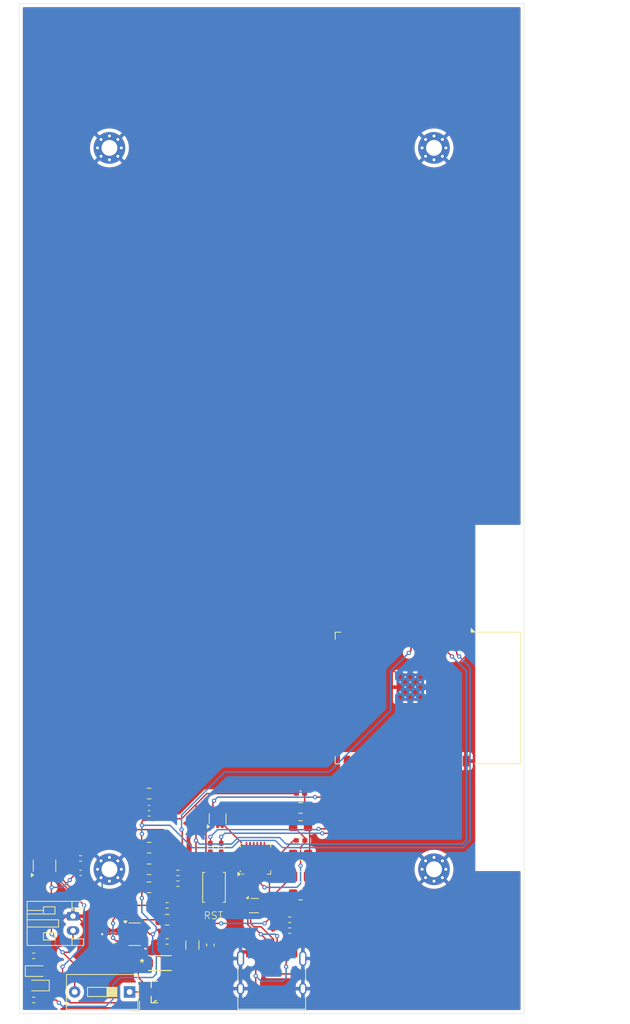
<source format=kicad_pcb>
(kicad_pcb (version 20240108) (generator "pcbnew") (generator_version "8.0")
  (layers (0 "F.Cu" signal) (31 "B.Cu" signal) (34 "B.Paste" user) (35 "F.Paste" user) (36 "B.SilkS" user "B.Silkscreen") (37 "F.SilkS" user "F.Silkscreen") (38 "B.Mask" user) (39 "F.Mask" user) (44 "Edge.Cuts" user))
  (net 0 "")
  (net 1 "+5V")
  (net 2 "GND")
  (net 3 "+3V3")
  (net 4 "Net-(Q1-S)")
  (net 5 "+3.3VA")
  (net 6 "+V_BAT")
  (net 7 "Net-(F1-Pad1)")
  (net 8 "+V_USB")
  (net 9 "Net-(J1-D+-PadA6)")
  (net 10 "Net-(J1-CC2)")
  (net 11 "Net-(J1-D--PadA7)")
  (net 13 "Net-(J1-CC1)")
  (net 15 "/IO0")
  (net 16 "/DTR")
  (net 17 "/RTS")
  (net 18 "Net-(D1-K)")
  (net 19 "Net-(D2-A)")
  (net 20 "/RX")
  (net 21 "/EN{slash}RESET")
  (net 22 "/TX")
  (net 23 "Net-(U1-PROG)")
  (net 24 "Net-(U2-EN)")
  (net 25 "Net-(U1-STAT)")
  (net 26 "Net-(U4-~{RST})")
  (net 27 "Net-(U4-TXD)")
  (net 28 "Net-(U4-RXD)")
  (net 30 "Net-(U4-D-)")
  (net 31 "Net-(U4-D+)")
  (net 40 "Net-(U4-VPP)")
  (net 44 "Net-(Q1-D)")
  (net 45 "/GPIO35_A13")
  (net 47 "/GPIO12_A11")
  (net 49 "/GPIO23")
  (net 50 "/GPIO39_A3")
  (net 51 "/GPIO4_A5")
  (net 53 "/GPIO21_I2C_SDA")
  (net 54 "/GPIO25_A1")
  (net 56 "/GPIO26_A0")
  (net 58 "/GPIO19_MISO")
  (net 59 "/GPIO17")
  (net 60 "/GPIO14_A6")
  (net 63 "/GPIO15_A8")
  (net 64 "/GPIO13_A12")
  (net 65 "/GPIO18_MOSI")
  (net 66 "/GPIO16")
  (net 67 "/GPIO36_A4")
  (net 68 "/GPIO22_I2C_SCL")
  (net 69 "/GPIO32_A7")
  (net 72 "/GPIO27_A10")
  (net 73 "/GPIO33_A9")
  (net 74 "/GPIO34_A2")
  (footprint "Resistor_SMD:R_0402_1005Metric_Pad0.72x0.64mm_HandSolder" (layer "F.Cu") (at 103 156.5)
    (property "Reference" "R5" (hide yes))
    (property "Value" "5k1")
  )
  (footprint "Capacitor_SMD:C_0805_2012Metric_Pad1.18x1.45mm_HandSolder" (layer "F.Cu") (at 86 156.5)
    (property "Reference" "C1" (hide yes))
    (property "Value" "100n")
  )
  (footprint "MountingHole:MountingHole_2.2mm_M2_Pad_Via" (layer "F.Cu") (at 123 49.5)
    (property "Reference" "H2" (hide yes))
    (property "Value" "Hole_Pad")
  )
  (footprint "Connector_USB:USB_C_Receptacle_HRO_TYPE-C-31-M-12" (layer "F.Cu") (at 100.5 165)
    (property "Reference" "J1" (hide yes))
    (property "Value" "USB_C_Receptacle_USB2.0_16P")
  )
  (footprint "Resistor_SMD:R_0402_1005Metric_Pad0.72x0.64mm_HandSolder" (layer "F.Cu") (at 87.5 151.5 180)
    (property "Reference" "R13" (hide yes))
    (property "Value" "10K")
  )
  (footprint "Resistor_SMD:R_0402_1005Metric_Pad0.72x0.64mm_HandSolder" (layer "F.Cu") (at 87.5 150)
    (property "Reference" "R12" (hide yes))
    (property "Value" "10K")
  )
  (footprint "Resistor_SMD:R_0402_1005Metric_Pad0.72x0.64mm_HandSolder" (layer "F.Cu") (at 86 154.5 180)
    (property "Reference" "R3" (hide yes))
    (property "Value" "100k")
  )
  (footprint "Resistor_SMD:R_0402_1005Metric_Pad0.72x0.64mm_HandSolder" (layer "F.Cu") (at 104.5 145.5 180)
    (property "Reference" "R8" (hide yes))
    (property "Value" "10k")
  )
  (footprint "Capacitor_SMD:C_0402_1005Metric_Pad0.74x0.62mm_HandSolder" (layer "F.Cu") (at 83.5 141)
    (property "Reference" "C12" (hide yes))
    (property "Value" "100n")
  )
  (footprint "RF_Module:ESP32-WROOM-32D" (layer "F.Cu") (at 119.18 125.75 -90)
    (property "Reference" "U5" (hide yes))
    (property "Value" "ESP32-WROOM-32E")
  )
  (footprint "Capacitor_SMD:C_0805_2012Metric_Pad1.18x1.45mm_HandSolder" (layer "F.Cu") (at 83.5 146.5)
    (property "Reference" "C8" (hide yes))
    (property "Value" "10u")
  )
  (footprint "Capacitor_SMD:C_0805_2012Metric_Pad1.18x1.45mm_HandSolder" (layer "F.Cu") (at 104.5 141)
    (property "Reference" "C13" (hide yes))
    (property "Value" "100n")
  )
  (footprint "MBR120:SDO_SOD-123FL498_OSI" (layer "F.Cu") (at 85 162.5)
    (property "Reference" "CR1" (hide yes))
    (property "Value" "MBR120" (hide yes))
  )
  (footprint "Resistor_SMD:R_0402_1005Metric_Pad0.72x0.64mm_HandSolder" (layer "F.Cu") (at 67.5 161.5 180)
    (property "Reference" "R6" (hide yes))
    (property "Value" "1K")
  )
  (footprint "Resistor_SMD:R_0402_1005Metric_Pad0.72x0.64mm_HandSolder" (layer "F.Cu") (at 103 158)
    (property "Reference" "R4" (hide yes))
    (property "Value" "5k1")
  )
  (footprint "Package_TO_SOT_SMD:SOT-363_SC-70-6" (layer "F.Cu") (at 93 142.5 90)
    (property "Reference" "Q2" (hide yes))
    (property "Value" "UMH3N")
  )
  (footprint "Button_Switch_SMD:SW_Push_SPST_NO_Alps_SKRK" (layer "F.Cu") (at 92.5 152 90)
    (property "Reference" "SW2" (hide yes))
    (property "Value" "Reset Button")
  )
  (footprint "MountingHole:MountingHole_2.2mm_M2_Pad_Via" (layer "F.Cu") (at 78 149.5)
    (property "Reference" "H1" (hide yes))
    (property "Value" "Hole_Pad")
  )
  (footprint "MountingHole:MountingHole_2.2mm_M2_Pad_Via" (layer "F.Cu") (at 123 149.5)
    (property "Reference" "H4" (hide yes))
    (property "Value" "Hole_Pad")
  )
  (footprint "Resistor_SMD:R_0402_1005Metric_Pad0.72x0.64mm_HandSolder" (layer "F.Cu") (at 86 159.5 180)
    (property "Reference" "R1" (hide yes))
    (property "Value" "10K")
  )
  (footprint "LED_SMD:LED_0603_1608Metric_Pad1.05x0.95mm_HandSolder" (layer "F.Cu") (at 68 163.61125)
    (property "Reference" "D1" (hide yes))
    (property "Value" "Charging_LED")
  )
  (footprint "Capacitor_SMD:C_0402_1005Metric_Pad0.74x0.62mm_HandSolder" (layer "F.Cu") (at 74 150)
    (property "Reference" "C4" (hide yes))
    (property "Value" "100n")
  )
  (footprint "Inductor_SMD:L_0603_1608Metric_Pad1.05x0.95mm_HandSolder" (layer "F.Cu") (at 92 160 90)
    (property "Reference" "FB1" (hide yes))
    (property "Value" "BLM21PG221")
  )
  (footprint "Resistor_SMD:R_0402_1005Metric_Pad0.72x0.64mm_HandSolder" (layer "F.Cu") (at 74 148)
    (property "Reference" "R2" (hide yes))
    (property "Value" "4.K")
  )
  (footprint "Package_TO_SOT_SMD:SOT-23-5" (layer "F.Cu") (at 69 149 90)
    (property "Reference" "U1" (hide yes))
    (property "Value" "MCP73831-2-OT")
  )
  (footprint "Capacitor_SMD:C_0805_2012Metric_Pad1.18x1.45mm_HandSolder" (layer "F.Cu") (at 104.5 150.5)
    (property "Reference" "C6" (hide yes))
    (property "Value" "100n")
  )
  (footprint "Resistor_SMD:R_0402_1005Metric_Pad0.72x0.64mm_HandSolder" (layer "F.Cu") (at 93.5 146.5 90)
    (property "Reference" "R11" (hide yes))
    (property "Value" "22R")
  )
  (footprint "Package_TO_SOT_SMD:SOT-666" (layer "F.Cu") (at 98.0375 154.5375)
    (property "Reference" "U3" (hide yes))
    (property "Value" "USBLC6-2P6")
  )
  (footprint "Capacitor_SMD:C_0805_2012Metric_Pad1.18x1.45mm_HandSolder" (layer "F.Cu") (at 83.5 152)
    (property "Reference" "C2" (hide yes))
    (property "Value" "10u")
  )
  (footprint "DGM3415U:SOT95P240X105-3N" (layer "F.Cu") (at 84.5 166.5 180)
    (property "Reference" "Q1" (hide yes))
    (property "Value" "DMG3415U")
  )
  (footprint "Package_DFN_QFN:QFN-24-1EP_4x4mm_P0.5mm_EP2.6x2.6mm" (layer "F.Cu") (at 98.25 148.0625 90)
    (property "Reference" "U4" (hide yes))
    (property "Value" "CP2104")
  )
  (footprint "Button_Switch_THT:SW_DIP_SPSTx01_Slide_9.78x4.72mm_W7.62mm_P2.54mm" (layer "F.Cu") (at 80.8 166.5 180)
    (property "Reference" "SW1" (hide yes))
    (property "Value" "Power_Switch")
  )
  (footprint "Connector_JST:JST_PH_S2B-PH-K_1x02_P2.00mm_Horizontal" (layer "F.Cu") (at 72.95 156 -90)
    (property "Reference" "JSTPH1" (hide yes))
    (property "Value" "Battery Plug")
  )
  (footprint "Capacitor_SMD:C_0805_2012Metric_Pad1.18x1.45mm_HandSolder" (layer "F.Cu") (at 104.5 143.5)
    (property "Reference" "C11" (hide yes))
    (property "Value" "22u")
  )
  (footprint "LED_SMD:LED_0603_1608Metric_Pad1.05x0.95mm_HandSolder" (layer "F.Cu") (at 68 165.61125 180)
    (property "Reference" "D2" (hide yes))
    (property "Value" "Power_LED")
  )
  (footprint "Capacitor_SMD:C_0805_2012Metric_Pad1.18x1.45mm_HandSolder" (layer "F.Cu") (at 104.5 147.5)
    (property "Reference" "C7" (hide yes))
    (property "Value" "4u7")
  )
  (footprint "Fuse:Fuse_1206_3216Metric_Pad1.42x1.75mm_HandSolder" (layer "F.Cu") (at 89.5 160 90)
    (property "Reference" "F1" (hide yes))
    (property "Value" "Polyfuse 1A")
  )
  (footprint "Resistor_SMD:R_0402_1005Metric_Pad0.72x0.64mm_HandSolder" (layer "F.Cu") (at 67.5 167.61125 180)
    (property "Reference" "R7" (hide yes))
    (property "Value" "1K")
  )
  (footprint "Capacitor_SMD:C_0805_2012Metric_Pad1.18x1.45mm_HandSolder" (layer "F.Cu") (at 83.5 139)
    (property "Reference" "C9" (hide yes))
    (property "Value" "22u")
  )
  (footprint "Resistor_SMD:R_0402_1005Metric_Pad0.72x0.64mm_HandSolder" (layer "F.Cu") (at 83.5 142.5)
    (property "Reference" "R9" (hide yes))
    (property "Value" "10K")
  )
  (footprint "Capacitor_SMD:C_0805_2012Metric_Pad1.18x1.45mm_HandSolder" (layer "F.Cu") (at 83.5 149.5)
    (property "Reference" "C5" (hide yes))
    (property "Value" "1u")
  )
  (footprint "Resistor_SMD:R_0402_1005Metric_Pad0.72x0.64mm_HandSolder" (layer "F.Cu") (at 92 146.5 90)
    (property "Reference" "R10" (hide yes))
    (property "Value" "22R")
  )
  (footprint "Package_TO_SOT_SMD:SOT-23-5" (layer "F.Cu") (at 81.5 158.5)
    (property "Reference" "U2" (hide yes))
    (property "Value" "AP2112K-3.3")
  )
  (footprint "Capacitor_SMD:C_0402_1005Metric_Pad0.74x0.62mm_HandSolder" (layer "F.Cu") (at 104.5 139)
    (property "Reference" "C10" (hide yes))
    (property "Value" "1u")
  )
  (footprint "MountingHole:MountingHole_2.2mm_M2_Pad_Via" (layer "F.Cu") (at 78 49.5)
    (property "Reference" "H3" (hide yes))
    (property "Value" "Hole_Pad")
  )
  (footprint "Capacitor_SMD:C_0805_2012Metric_Pad1.18x1.45mm_HandSolder" (layer "F.Cu") (at 104.5 153)
    (property "Reference" "C3" (hide yes))
    (property "Value" "22u")
  )
  (gr_rect (start 65.5 29.5) (end 135.5 169.5) (stroke (width 0.05)) (fill none) (layer "Edge.Cuts"))
  (gr_text "RST" (at 91 156.5 0) (layer "F.SilkS") (effects (font (size 1 1) (thickness 0.1)) (justify left bottom)))
  (segment (start 100.1875 156.3125) (end 100.1875 153.637499) (width 0.2) (layer "F.Cu") (net 1))
  (segment (start 98.9625 154.5375) (end 99.287499 154.5375) (width 0.2) (layer "F.Cu") (net 1))
  (segment (start 100.1875 153.637499) (end 100.824999 153) (width 0.2) (layer "F.Cu") (net 1))
  (segment (start 103.324999 150.5) (end 102.1625 151.6625) (width 0.2) (layer "F.Cu") (net 1))
  (segment (start 100.1875 148.8125) (end 100.1875 149.3125) (width 0.2) (layer "F.Cu") (net 1))
  (segment (start 100.824999 153) (end 103.4625 153) (width 0.2) (layer "F.Cu") (net 1))
  (segment (start 103.4625 150.3625) (end 103.4625 147.5) (width 0.2) (layer "F.Cu") (net 1))
  (segment (start 103.4625 150.5) (end 103.324999 150.5) (width 0.2) (layer "F.Cu") (net 1))
  (segment (start 102.1625 151.6625) (end 100.824999 153) (width 0.2) (layer "F.Cu") (net 1))
  (segment (start 99.5 157) (end 100.1875 156.3125) (width 0.2) (layer "F.Cu") (net 1))
  (segment (start 91.0125 157) (end 93.5 157) (width 0.2) (layer "F.Cu") (net 1))
  (segment (start 99.287499 154.5375) (end 100.1875 153.637499) (width 0.2) (layer "F.Cu") (net 1))
  (segment (start 89.5 158.5125) (end 91.0125 157) (width 0.2) (layer "F.Cu") (net 1))
  (segment (start 102.1625 151.6625) (end 103.4625 150.3625) (width 0.2) (layer "F.Cu") (net 1))
  (segment (start 100.1875 153.637499) (end 100.1875 149.3125) (width 0.2) (layer "F.Cu") (net 1))
  (via (at 99.5 157) (size 0.6) (drill 0.3) (layers "F.Cu" "B.Cu") (net 1))
  (via (at 93.5 157) (size 0.6) (drill 0.3) (layers "F.Cu" "B.Cu") (net 1))
  (segment (start 93.5 157) (end 99.5 157) (width 0.2) (layer "B.Cu") (net 1))
  (segment (start 118.5 150.5) (end 120.5 152.5) (width 0.2) (layer "F.Cu") (net 2))
  (segment (start 121.11 122.85) (end 124.498529 122.85) (width 0.2) (layer "F.Cu") (net 2))
  (segment (start 73.475 156) (end 75.975 158.5) (width 0.2) (layer "F.Cu") (net 2))
  (segment (start 86.4025 152) (end 86.9025 151.5) (width 0.2) (layer "F.Cu") (net 2))
  (segment (start 75.975 158.5) (end 77 158.5) (width 0.2) (layer "F.Cu") (net 2))
  (segment (start 127.43 145.07) (end 127.43 134.5) (width 0.2) (layer "F.Cu") (net 2))
  (segment (start 81 138) (end 81.5 137.5) (width 0.2) (layer "F.Cu") (net 2))
  (segment (start 69 149.475001) (end 69.300001 149.175) (width 0.2) (layer "F.Cu") (net 2))
  (segment (start 89.5025 154.1) (end 86.9025 151.5) (width 0.2) (layer "F.Cu") (net 2))
  (segment (start 97.1125 154.5375) (end 96.787501 154.5375) (width 0.2) (layer "F.Cu") (net 2))
  (segment (start 127.43 117) (end 126.91 116.48) (width 0.2) (layer "F.Cu") (net 2))
  (segment (start 69 150.1375) (end 69 149.475001) (width 0.2) (layer "F.Cu") (net 2))
  (segment (start 71.5 159.5) (end 71.5 156.5) (width 0.2) (layer "F.Cu") (net 2))
  (segment (start 97.25 159.25) (end 96 158) (width 0.2) (layer "F.Cu") (net 2))
  (segment (start 76.5975 149.97) (end 76.5675 150) (width 0.2) (layer "F.Cu") (net 2))
  (segment (start 68.05 162.95) (end 71.5 159.5) (width 0.2) (layer "F.Cu") (net 2))
  (segment (start 74.5975 149.97) (end 74.5675 150) (width 0.2) (layer "F.Cu") (net 2))
  (segment (start 68.05 164.78625) (end 68.05 162.95) (width 0.2) (layer "F.Cu") (net 2))
  (segment (start 96.787501 154.5375) (end 96.6375 154.387499) (width 0.2) (layer "F.Cu") (net 2))
  (segment (start 127.43 119.918529) (end 127.43 117) (width 0.2) (layer "F.Cu") (net 2))
  (segment (start 103.5975 158) (end 103.5975 160.8025) (width 0.2) (layer "F.Cu") (net 2))
  (segment (start 84.0675 139.47) (end 84.5375 139) (width 0.2) (layer "F.Cu") (net 2))
  (segment (start 105.5375 150.5) (end 118.5 150.5) (width 0.2) (layer "F.Cu") (net 2))
  (segment (start 84.5375 152) (end 85.125 152) (width 0.2) (layer "F.Cu") (net 2))
  (segment (start 101.745 156.854972) (end 102.010028 157.12) (width 0.2) (layer "F.Cu") (net 2))
  (segment (start 126.5 151.5) (end 126.5 146) (width 0.2) (layer "F.Cu") (net 2))
  (segment (start 84.0675 141) (end 84.0675 139.47) (width 0.2) (layer "F.Cu") (net 2))
  (segment (start 81 143.934314) (end 81 138) (width 0.2) (layer "F.Cu") (net 2))
  (segment (start 121.11 125.65) (end 126.65 125.65) (width 0.2) (layer "F.Cu") (net 2))
  (segment (start 77 158.5) (end 78.151471 158.5) (width 0.2) (layer "F.Cu") (net 2))
  (segment (start 81.5 137.5) (end 84.0375 137.5) (width 0.2) (layer "F.Cu") (net 2))
  (segment (start 80.6 145.4) (end 80.6 144.334314) (width 0.2) (layer "F.Cu") (net 2))
  (segment (start 102.9775 157.12) (end 103.5975 156.5) (width 0.2) (layer "F.Cu") (net 2))
  (segment (start 105.0675 139) (end 105.0675 140.53) (width 0.2) (layer "F.Cu") (net 2))
  (segment (start 97.25 160.955) (end 97.25 159.25) (width 0.2) (layer "F.Cu") (net 2))
  (segment (start 70.55 150.55) (end 72.95 152.95) (width 0.2) (layer "F.Cu") (net 2))
  (segment (start 124.5 49.5) (end 123 49.5) (width 0.2) (layer "F.Cu") (net 2))
  (segment (start 87.255 156.2825) (end 87.0375 156.5) (width 0.2) (layer "F.Cu") (net 2))
  (segment (start 105.336815 153) (end 102.456815 155.88) (width 0.2) (layer "F.Cu") (net 2))
  (segment (start 103.5975 160.8025) (end 103.75 160.955) (width 0.2) (layer "F.Cu") (net 2))
  (segment (start 96.6375 151.3625) (end 97.5 150.5) (width 0.2) (layer "F.Cu") (net 2))
  (segment (start 70.55 149.434448) (end 70.55 150.55) (width 0.2) (layer "F.Cu") (net 2))
  (segment (start 124.498529 122.85) (end 127.43 119.918529) (width 0.2) (layer "F.Cu") (net 2))
  (segment (start 109.67 120.04) (end 115.5 120.04) (width 0.2) (layer "F.Cu") (net 2))
  (segment (start 101.745 156.145028) (end 101.745 156.854972) (width 0.2) (layer "F.Cu") (net 2))
  (segment (start 74.5975 147.4025) (end 75.5 146.5) (width 0.2) (layer "F.Cu") (net 2))
  (segment (start 78.251471 158.4) (end 78.748529 158.4) (width 0.2) (layer "F.Cu") (net 2))
  (segment (start 85.125 152) (end 87.255 154.13) (width 0.2) (layer "F.Cu") (net 2))
  (segment (start 96 158) (end 96 155.325001) (width 0.2) (layer "F.Cu") (net 2))
  (segment (start 105.5375 153) (end 105.5375 150.5) (width 0.2) (layer "F.Cu") (net 2))
  (segment (start 77.5 150) (end 78 149.5) (width 0.2) (layer "F.Cu") (net 2))
  (segment (start 102.010028 155.88) (end 101.745 156.145028) (width 0.2) (layer "F.Cu") (net 2))
  (segment (start 84.4025 160.5) (end 85.4025 159.5) (width 0.2) (layer "F.Cu") (net 2))
  (segment (start 105.5375 153) (end 105.336815 153) (width 0.2) (layer "F.Cu") (net 2))
  (segment (start 97.25 160.955) (end 97.095 160.955) (width 0.2) (layer "F.Cu") (net 2))
  (segment (start 127.43 126.43) (end 127.43 134.5) (width 0.2) (layer "F.Cu") (net 2))
  (segment (start 84.0375 137.5) (end 84.5375 138) (width 0.2) (layer "F.Cu") (net 2))
  (segment (start 96 155.325001) (end 96.787501 154.5375) (width 0.2) (layer "F.Cu") (net 2))
  (segment (start 105.755 143.7175) (end 105.755 147.2825) (width 0.2) (layer "F.Cu") (net 2))
  (segment (start 125.5 152.5) (end 126.5 151.5) (width 0.2) (layer "F.Cu") (net 2))
  (segment (start 97.5 150.5) (end 97.5 150) (width 0.2) (layer "F.Cu") (net 2))
  (segment (start 126.65 125.65) (end 127.43 126.43) (width 0.2) (layer "F.Cu") (net 2))
  (segment (start 69.300001 149.175) (end 70.290552 149.175) (width 0.2) (layer "F.Cu") (net 2))
  (segment (start 75.5 146.5) (end 79.5 146.5) (width 0.2) (layer "F.Cu") (net 2))
  (segment (start 74.5975 148) (end 74.5975 147.4025) (width 0.2) (layer "F.Cu") (net 2))
  (segment (start 68.875 165.61125) (end 68.05 164.78625) (width 0.2) (layer "F.Cu") (net 2))
  (segment (start 105.5375 143.5) (end 105.755 143.7175) (width 0.2) (layer "F.Cu") (net 2))
  (segment (start 87.0375 157.865) (end 85.4025 159.5) (width 0.2) (layer "F.Cu") (net 2))
  (segment (start 74.5975 148) (end 74.5975 149.97) (width 0.2) (layer "F.Cu") (net 2))
  (segment (start 102.456815 155.88) (end 102.010028 155.88) (width 0.2) (layer "F.Cu") (net 2))
  (segment (start 102.010028 157.12) (end 102.9775 157.12) (width 0.2) (layer "F.Cu") (net 2))
  (segment (start 115.5 120.04) (end 118.31 122.85) (width 0.2) (layer "F.Cu") (net 2))
  (segment (start 70.290552 149.175) (end 70.55 149.434448) (width 0.2) (layer "F.Cu") (net 2))
  (segment (start 72.95 152.95) (end 72.95 156) (width 0.2) (layer "F.Cu") (net 2))
  (segment (start 71.5 156.5) (end 72 156) (width 0.2) (layer "F.Cu") (net 2))
  (segment (start 120.5 152.5) (end 125.5 152.5) (width 0.2) (layer "F.Cu") (net 2))
  (segment (start 80.6 144.334314) (end 81 143.934314) (width 0.2) (layer "F.Cu") (net 2))
  (segment (start 84.5375 146.5) (end 84.5375 149.5) (width 0.2) (layer "F.Cu") (net 2))
  (segment (start 87.255 154.13) (end 87.255 156.2825) (width 0.2) (layer "F.Cu") (net 2))
  (segment (start 78.151471 158.5) (end 78.251471 158.4) (width 0.2) (layer "F.Cu") (net 2))
  (segment (start 72 156) (end 72.95 156) (width 0.2) (layer "F.Cu") (net 2))
  (segment (start 103.5975 156.5) (end 103.5975 158) (width 0.2) (layer "F.Cu") (net 2))
  (segment (start 84.5375 149.5) (end 84.5375 152) (width 0.2) (layer "F.Cu") (net 2))
  (segment (start 83 160.5) (end 84.4025 160.5) (width 0.2) (layer "F.Cu") (net 2))
  (segment (start 85.0375 151.5) (end 84.5375 152) (width 0.2) (layer "F.Cu") (net 2))
  (segment (start 72.95 156) (end 73.475 156) (width 0.2) (layer "F.Cu") (net 2))
  (segment (start 84.5375 138) (end 84.5375 139) (width 0.2) (layer "F.Cu") (net 2))
  (segment (start 105.0675 140.53) (end 105.5375 141) (width 0.2) (layer "F.Cu") (net 2))
  (segment (start 96.6375 154.387499) (end 96.6375 151.3625) (width 0.2) (layer "F.Cu") (net 2))
  (segment (start 97.5 150) (end 97.5 148.8125) (width 0.2) (layer "F.Cu") (net 2))
  (segment (start 79.5 146.5) (end 80.6 145.4) (width 0.2) (layer "F.Cu") (net 2))
  (segment (start 97.5 148.8125) (end 98.25 148.0625) (width 0.2) (layer "F.Cu") (net 2))
  (segment (start 105.755 147.2825) (end 105.5375 147.5) (width 0.2) (layer "F.Cu") (net 2))
  (segment (start 84.5375 152) (end 86.4025 152) (width 0.2) (layer "F.Cu") (net 2))
  (segment (start 87.0375 156.5) (end 87.0375 157.865) (width 0.2) (layer "F.Cu") (net 2))
  (segment (start 78.748529 158.4) (end 78.848529 158.5) (width 0.2) (layer "F.Cu") (net 2))
  (segment (start 93.9 154.1) (end 96.6375 151.3625) (width 0.2) (layer "F.Cu") (net 2))
  (segment (start 78.848529 158.5) (end 80.3625 158.5) (width 0.2) (layer "F.Cu") (net 2))
  (segment (start 105.5375 141) (end 105.5375 143.5) (width 0.2) (layer "F.Cu") (net 2))
  (segment (start 105.5375 147.5) (end 105.5375 150.5) (width 0.2) (layer "F.Cu") (net 2))
  (segment (start 92.5 154.1) (end 93.9 154.1) (width 0.2) (layer "F.Cu") (net 2))
  (segment (start 126.5 146) (end 127.43 145.07) (width 0.2) (layer "F.Cu") (net 2))
  (segment (start 103.75 160.955) (end 103.905 160.955) (width 0.2) (layer "F.Cu") (net 2))
  (segment (start 92.5 154.1) (end 89.5025 154.1) (width 0.2) (layer "F.Cu") (net 2))
  (via (at 83 160.5) (size 0.6) (drill 0.3) (layers "F.Cu" "B.Cu") (net 2))
  (via (at 77 158.5) (size 0.6) (drill 0.3) (layers "F.Cu" "B.Cu") (net 2))
  (segment (start 79 160.5) (end 77 158.5) (width 0.2) (layer "B.Cu") (net 2))
  (segment (start 77 150.5) (end 78 149.5) (width 0.2) (layer "B.Cu") (net 2))
  (segment (start 83 160.5) (end 79 160.5) (width 0.2) (layer "B.Cu") (net 2))
  (segment (start 77 158.5) (end 77 150.5) (width 0.2) (layer "B.Cu") (net 2))
  (segment (start 71 168) (end 70.61125 167.61125) (width 0.2) (layer "F.Cu") (net 3))
  (segment (start 82.4625 139) (end 82.4625 140.53) (width 0.2) (layer "F.Cu") (net 3))
  (segment (start 70.61125 167.61125) (end 68.0975 167.61125) (width 0.2) (layer "F.Cu") (net 3))
  (segment (start 82.9025 142.5) (end 82.9025 141.03) (width 0.2) (layer "F.Cu") (net 3))
  (segment (start 82.5 142.9025) (end 82.9025 142.5) (width 0.2) (layer "F.Cu") (net 3))
  (segment (start 82.5 152.0375) (end 82.4625 152) (width 0.2) (layer "F.Cu") (net 3))
  (segment (start 82.9025 141.03) (end 82.9325 141) (width 0.2) (layer "F.Cu") (net 3))
  (segment (start 82.4625 152) (end 82.4625 149.5) (width 0.2) (layer "F.Cu") (net 3))
  (segment (start 82.5 143.4) (end 82.5 142.9025) (width 0.2) (layer "F.Cu") (net 3))
  (segment (start 83.5875 158.5) (end 84 158.5) (width 0.2) (layer "F.Cu") (net 3))
  (segment (start 82.4625 140.53) (end 82.9325 141) (width 0.2) (layer "F.Cu") (net 3))
  (segment (start 82.6375 157.55) (end 83.5875 158.5) (width 0.2) (layer "F.Cu") (net 3))
  (segment (start 126.5 120) (end 126.16 119.66) (width 0.2) (layer "F.Cu") (net 3))
  (segment (start 126.16 119.66) (end 126.16 117) (width 0.2) (layer "F.Cu") (net 3))
  (segment (start 82.5 153.5) (end 82.5 152.0375) (width 0.2) (layer "F.Cu") (net 3))
  (segment (start 82.5 144.6) (end 82.4625 144.6375) (width 0.2) (layer "F.Cu") (net 3))
  (segment (start 82.4625 144.6375) (end 82.4625 146.5) (width 0.2) (layer "F.Cu") (net 3))
  (segment (start 82.4625 149.5) (end 82.4625 146.5) (width 0.2) (layer "F.Cu") (net 3))
  (via (at 84 158.5) (size 0.6) (drill 0.3) (layers "F.Cu" "B.Cu") (net 3))
  (via (at 82.5 153.5) (size 0.6) (drill 0.3) (layers "F.Cu" "B.Cu") (net 3))
  (via (at 71 168) (size 0.6) (drill 0.3) (layers "F.Cu" "B.Cu") (net 3))
  (via (at 126.5 120) (size 0.6) (drill 0.3) (layers "F.Cu" "B.Cu") (net 3))
  (via (at 82.5 144.6) (size 0.6) (drill 0.3) (layers "F.Cu" "B.Cu") (net 3))
  (via (at 82.5 143.4) (size 0.6) (drill 0.3) (layers "F.Cu" "B.Cu") (net 3))
  (segment (start 101 145.5) (end 102 146.5) (width 0.2) (layer "B.Cu") (net 3))
  (segment (start 128 145.5) (end 128 121.5) (width 0.2) (layer "B.Cu") (net 3))
  (segment (start 79.5 164.5) (end 78.5 165.5) (width 0.2) (layer "B.Cu") (net 3))
  (segment (start 82.5 143.4) (end 82.5 144.6) (width 0.2) (layer "B.Cu") (net 3))
  (segment (start 86.4 143.4) (end 89.5 146.5) (width 0.2) (layer "B.Cu") (net 3))
  (segment (start 77.5 168.5) (end 71.5 168.5) (width 0.2) (layer "B.Cu") (net 3))
  (segment (start 84 157) (end 82.5 155.5) (width 0.2) (layer "B.Cu") (net 3))
  (segment (start 128 121.5) (end 126.5 120) (width 0.2) (layer "B.Cu") (net 3))
  (segment (start 96 145.5) (end 101 145.5) (width 0.2) (layer "B.Cu") (net 3))
  (segment (start 84.5 158) (end 84.5 157.5) (width 0.2) (layer "B.Cu") (net 3))
  (segment (start 95 146.5) (end 96 145.5) (width 0.2) (layer "B.Cu") (net 3))
  (segment (start 82.5 155.5) (end 82.5 154) (width 0.2) (layer "B.Cu") (net 3))
  (segment (start 82.5 154) (end 82.5 153.5) (width 0.2) (layer "B.Cu") (net 3))
  (segment (start 89.5 146.5) (end 95 146.5) (width 0.2) (layer "B.Cu") (net 3))
  (segment (start 82.5 143.4) (end 86.4 143.4) (width 0.2) (layer "B.Cu") (net 3))
  (segment (start 71.5 168.5) (end 71 168) (width 0.2) (layer "B.Cu") (net 3))
  (segment (start 84.5 161.5) (end 84.5 164) (width 0.2) (layer "B.Cu") (net 3))
  (segment (start 78.5 167.5) (end 77.5 168.5) (width 0.2) (layer "B.Cu") (net 3))
  (segment (start 84 161) (end 84.5 161.5) (width 0.2) (layer "B.Cu") (net 3))
  (segment (start 127 146.5) (end 128 145.5) (width 0.2) (layer "B.Cu") (net 3))
  (segment (start 84 158.5) (end 84 161) (width 0.2) (layer "B.Cu") (net 3))
  (segment (start 84.5 164) (end 84 164.5) (width 0.2) (layer "B.Cu") (net 3))
  (segment (start 78.5 165.5) (end 78.5 167.5) (width 0.2) (layer "B.Cu") (net 3))
  (segment (start 84 164.5) (end 79.5 164.5) (width 0.2) (layer "B.Cu") (net 3))
  (segment (start 84.5 157.5) (end 84 157) (width 0.2) (layer "B.Cu") (net 3))
  (segment (start 102 146.5) (end 127 146.5) (width 0.2) (layer "B.Cu") (net 3))
  (segment (start 84 158.5) (end 84.5 158) (width 0.2) (layer "B.Cu") (net 3))
  (segment (start 81.325 157.850001) (end 81.024999 157.55) (width 0.2) (layer "F.Cu") (net 4))
  (segment (start 81.024999 157.55) (end 80.3625 157.55) (width 0.2) (layer "F.Cu") (net 4))
  (segment (start 82 164.5) (end 83.0348 165.5348) (width 0.2) (layer "F.Cu") (net 4))
  (segment (start 82 164.5) (end 82 161.5188) (width 0.2) (layer "F.Cu") (net 4))
  (segment (start 84.9625 156.5) (end 81.4125 156.5) (width 0.2) (layer "F.Cu") (net 4))
  (segment (start 85 156.5) (end 86.5975 154.9025) (width 0.2) (layer "F.Cu") (net 4))
  (segment (start 82 161.5188) (end 81.325 160.8438) (width 0.2) (layer "F.Cu") (net 4))
  (segment (start 82 161.5188) (end 82.9812 162.5) (width 0.2) (layer "F.Cu") (net 4))
  (segment (start 81.4125 156.5) (end 80.3625 157.55) (width 0.2) (layer "F.Cu") (net 4))
  (segment (start 81.325 160.8438) (end 81.325 157.850001) (width 0.2) (layer "F.Cu") (net 4))
  (segment (start 86.5975 154.9025) (end 86.5975 154.5) (width 0.2) (layer "F.Cu") (net 4))
  (segment (start 82.9812 162.5) (end 83.4633 162.5) (width 0.2) (layer "F.Cu") (net 4))
  (segment (start 84.9625 156.5) (end 85 156.5) (width 0.2) (layer "F.Cu") (net 4))
  (segment (start 83.0348 165.5348) (end 85.516 165.5348) (width 0.2) (layer "F.Cu") (net 4))
  (segment (start 103.4625 143.5) (end 105.0975 145.135) (width 0.2) (layer "F.Cu") (net 5))
  (segment (start 105.0975 145.5) (end 105.0975 145.819999) (width 0.2) (layer "F.Cu") (net 5))
  (segment (start 99.5 150) (end 99 150) (width 0.2) (layer "F.Cu") (net 5))
  (segment (start 99.5 152) (end 99 151.5) (width 0.2) (layer "F.Cu") (net 5))
  (segment (start 99 151.5) (end 99 150) (width 0.2) (layer "F.Cu") (net 5))
  (segment (start 104.5 146.417499) (end 104.5 149) (width 0.2) (layer "F.Cu") (net 5))
  (segment (start 105.0975 145.135) (end 105.0975 145.5) (width 0.2) (layer "F.Cu") (net 5))
  (segment (start 105.0975 145.819999) (end 104.5 146.417499) (width 0.2) (layer "F.Cu") (net 5))
  (segment (start 103.4625 141) (end 103.4625 143.5) (width 0.2) (layer "F.Cu") (net 5))
  (via (at 99.5 152) (size 0.6) (drill 0.3) (layers "F.Cu" "B.Cu") (net 5))
  (via (at 104.5 149) (size 0.6) (drill 0.3) (layers "F.Cu" "B.Cu") (net 5))
  (segment (start 104 152) (end 99.5 152) (width 0.2) (layer "B.Cu") (net 5))
  (segment (start 104.5 149) (end 104.5 151.5) (width 0.2) (layer "B.Cu") (net 5))
  (segment (start 104.5 151.5) (end 104 152) (width 0.2) (layer "B.Cu") (net 5))
  (segment (start 86.9025 150) (end 86 149.0975) (width 0.2) (layer "F.Cu") (net 6))
  (segment (start 86 144.5) (end 85.5 144) (width 0.2) (layer "F.Cu") (net 6))
  (segment (start 69.95 150.1375) (end 69.95 151.95) (width 0.2) (layer "F.Cu") (net 6))
  (segment (start 85.5 144) (end 81.5 144) (width 0.2) (layer "F.Cu") (net 6))
  (segment (start 80.5 152.5) (end 74.5 152.5) (width 0.2) (layer "F.Cu") (net 6))
  (segment (start 74.5 152.5) (end 73.4325 151.4325) (width 0.2) (layer "F.Cu") (net 6))
  (segment (start 81 152) (end 80.5 152.5) (width 0.2) (layer "F.Cu") (net 6))
  (segment (start 86 149.0975) (end 86 144.5) (width 0.2) (layer "F.Cu") (net 6))
  (segment (start 71.5 161) (end 72.45 161) (width 0.2) (layer "F.Cu") (net 6))
  (segment (start 81 144.5) (end 81 152) (width 0.2) (layer "F.Cu") (net 6))
  (segment (start 72.95 158) (end 72.95 160.5) (width 0.2) (layer "F.Cu") (net 6))
  (segment (start 73.18 162.68) (end 73.18 166.5) (width 0.2) (layer "F.Cu") (net 6))
  (segment (start 73.4325 151.4325) (end 73.4325 150) (width 0.2) (layer "F.Cu") (net 6))
  (segment (start 81.5 144) (end 81 144.5) (width 0.2) (layer "F.Cu") (net 6))
  (segment (start 71.5 161) (end 73.18 162.68) (width 0.2) (layer "F.Cu") (net 6))
  (segment (start 72.5 151) (end 72.5 150.9325) (width 0.2) (layer "F.Cu") (net 6))
  (segment (start 72.5 150.9325) (end 73.4325 150) (width 0.2) (layer "F.Cu") (net 6))
  (segment (start 69.95 152.05) (end 69.95 158.45) (width 0.2) (layer "F.Cu") (net 6))
  (segment (start 72.45 161) (end 72.95 160.5) (width 0.2) (layer "F.Cu") (net 6))
  (segment (start 69.95 158.45) (end 70 158.5) (width 0.2) (layer "F.Cu") (net 6))
  (segment (start 70 158.5) (end 69.95 158.55) (width 0.2) (layer "F.Cu") (net 6))
  (segment (start 69.95 151.95) (end 70 152) (width 0.2) (layer "F.Cu") (net 6))
  (segment (start 70 152) (end 69.95 152.05) (width 0.2) (layer "F.Cu") (net 6))
  (via (at 72.5 151) (size 0.6) (drill 0.3) (layers "F.Cu" "B.Cu") (net 6))
  (via (at 71.5 161) (size 0.6) (drill 0.3) (layers "F.Cu" "B.Cu") (net 6))
  (via (at 70 158.5) (size 0.6) (drill 0.3) (layers "F.Cu" "B.Cu") (net 6))
  (via (at 70 152) (size 0.6) (drill 0.3) (layers "F.Cu" "B.Cu") (net 6))
  (segment (start 70.5 159) (end 70.5 160) (width 0.2) (layer "B.Cu") (net 6))
  (segment (start 72.5 151) (end 71.5 152) (width 0.2) (layer "B.Cu") (net 6))
  (segment (start 70 158.5) (end 70.5 159) (width 0.2) (layer "B.Cu") (net 6))
  (segment (start 71.5 152) (end 70 152) (width 0.2) (layer "B.Cu") (net 6))
  (segment (start 70.5 160) (end 71.5 161) (width 0.2) (layer "B.Cu") (net 6))
  (segment (start 89.5 161.4875) (end 89.6375 161.4875) (width 0.2) (layer "F.Cu") (net 7))
  (segment (start 89.6375 161.4875) (end 92 159.125) (width 0.2) (layer "F.Cu") (net 7))
  (segment (start 98.285 161.19) (end 98.05 160.955) (width 0.2) (layer "F.Cu") (net 8))
  (segment (start 73.35 153.35) (end 73.35 152.784314) (width 0.2) (layer "F.Cu") (net 8))
  (segment (start 86.9764 162.9397) (end 86.9764 166.9764) (width 0.2) (layer "F.Cu") (net 8))
  (segment (start 70.95 150.384314) (end 70.95 148.8625) (width 0.2) (layer "F.Cu") (net 8))
  (segment (start 86.9764 166.9764) (end 87.4652 167.4652) (width 0.2) (layer "F.Cu") (net 8))
  (segment (start 84.9812 168) (end 72.5 168) (width 0.2) (layer "F.Cu") (net 8))
  (segment (start 86.5367 162.5) (end 86.9764 162.9397) (width 0.2) (layer "F.Cu") (net 8))
  (segment (start 98.285 166.215) (end 96.5 168) (width 0.2) (layer "F.Cu") (net 8))
  (segment (start 92.5 168) (end 88 168) (width 0.2) (layer "F.Cu") (net 8))
  (segment (start 85.516 167.4652) (end 84.9812 168) (width 0.2) (layer "F.Cu") (net 8))
  (segment (start 71.5 167) (end 71.5 164.5) (width 0.2) (layer "F.Cu") (net 8))
  (segment (start 71.5 164.5) (end 70.61125 163.61125) (width 0.2) (layer "F.Cu") (net 8))
  (segment (start 98.285 164.285) (end 98.285 166.215) (width 0.2) (layer "F.Cu") (net 8))
  (segment (start 102.95 161.88) (end 102.95 160.955) (width 0.2) (layer "F.Cu") (net 8))
  (segment (start 92 167.5) (end 92.5 168) (width 0.2) (layer "F.Cu") (net 8))
  (segment (start 73.35 152.784314) (end 70.95 150.384314) (width 0.2) (layer "F.Cu") (net 8))
  (segment (start 70.95 148.8625) (end 69.95 147.8625) (width 0.2) (layer "F.Cu") (net 8))
  (segment (start 92 160.875) (end 92 167.5) (width 0.2) (layer "F.Cu") (net 8))
  (segment (start 96.5 168) (end 92.5 168) (width 0.2) (layer "F.Cu") (net 8))
  (segment (start 70.61125 163.61125) (end 68.875 163.61125) (width 0.2) (layer "F.Cu") (net 8))
  (segment (start 87.4652 167.4652) (end 88 168) (width 0.2) (layer "F.Cu") (net 8))
  (segment (start 74.5 154.5) (end 73.35 153.35) (width 0.2) (layer "F.Cu") (net 8))
  (segment (start 102.5 163) (end 102.5 162.33) (width 0.2) (layer "F.Cu") (net 8))
  (segment (start 102.5 162.33) (end 102.95 161.88) (width 0.2) (layer "F.Cu") (net 8))
  (segment (start 86.5975 161.9759) (end 86.5975 159.5) (width 0.2) (layer "F.Cu") (net 8))
  (segment (start 85.516 167.4652) (end 87.4652 167.4652) (width 0.2) (layer "F.Cu") (net 8))
  (segment (start 86.5367 162.0367) (end 86.5975 161.9759) (width 0.2) (layer "F.Cu") (net 8))
  (segment (start 86.5367 162.5) (end 86.5367 162.0367) (width 0.2) (layer "F.Cu") (net 8))
  (segment (start 71.5 164.5) (end 71.5 163) (width 0.2) (layer "F.Cu") (net 8))
  (segment (start 98.285 164.285) (end 98.285 161.19) (width 0.2) (layer "F.Cu") (net 8))
  (segment (start 72.5 168) (end 71.5 167) (width 0.2) (layer "F.Cu") (net 8))
  (via (at 71.5 163) (size 0.6) (drill 0.3) (layers "F.Cu" "B.Cu") (net 8))
  (via (at 74.5 154.5) (size 0.6) (drill 0.3) (layers "F.Cu" "B.Cu") (net 8))
  (via (at 102.5 163) (size 0.6) (drill 0.3) (layers "F.Cu" "B.Cu") (net 8))
  (via (at 98.285 164.285) (size 0.6) (drill 0.3) (layers "F.Cu" "B.Cu") (net 8))
  (segment (start 102 165) (end 102.5 164.5) (width 0.2) (layer "B.Cu") (net 8))
  (segment (start 98.285 164.285) (end 99 165) (width 0.2) (layer "B.Cu") (net 8))
  (segment (start 74.5 154.5) (end 74.5 160) (width 0.2) (layer "B.Cu") (net 8))
  (segment (start 74.5 160) (end 71.5 163) (width 0.2) (layer "B.Cu") (net 8))
  (segment (start 99 165) (end 102 165) (width 0.2) (layer "B.Cu") (net 8))
  (segment (start 102.5 164.5) (end 102.5 163) (width 0.2) (layer "B.Cu") (net 8))
  (segment (start 97.867157 157.867157) (end 98.367157 157.867157) (width 0.2) (layer "F.Cu") (net 9))
  (segment (start 97.1875 155.075) (end 97.1875 157.1875) (width 0.2) (layer "F.Cu") (net 9))
  (segment (start 101.25 160.955) (end 101.25 158.75) (width 0.2) (layer "F.Cu") (net 9))
  (segment (start 99 158.5) (end 100.25 159.75) (width 0.2) (layer "F.Cu") (net 9))
  (segment (start 97.1875 157.1875) (end 97.421815 157.421814) (width 0.2) (layer "F.Cu") (net 9))
  (segment (start 100.25 159.75) (end 100.25 160.955) (width 0.2) (layer "F.Cu") (net 9))
  (segment (start 97.421815 157.421814) (end 97.867157 157.867157) (width 0.2) (layer "F.Cu") (net 9))
  (segment (start 98.367157 157.867157) (end 99 158.5) (width 0.2) (layer "F.Cu") (net 9))
  (via (at 101.25 158.75) (size 0.6) (drill 0.3) (layers "F.Cu" "B.Cu") (net 9))
  (via (at 99 158.5) (size 0.6) (drill 0.3) (layers "F.Cu" "B.Cu") (net 9))
  (segment (start 101 158.5) (end 101.25 158.75) (width 0.2) (layer "B.Cu") (net 9))
  (segment (start 99 158.5) (end 101 158.5) (width 0.2) (layer "B.Cu") (net 9))
  (segment (start 102.25 158.1525) (end 102.25 160.955) (width 0.2) (layer "F.Cu") (net 10))
  (segment (start 102.4025 158) (end 102.25 158.1525) (width 0.2) (layer "F.Cu") (net 10))
  (segment (start 97.5875 155.484446) (end 97.7375 155.334446) (width 0.2) (layer "F.Cu") (net 11))
  (segment (start 99.032843 157.467157) (end 98.032843 157.467157) (width 0.2) (layer "F.Cu") (net 11))
  (segment (start 99.75 160.955) (end 99.75 162.25) (width 0.2) (layer "F.Cu") (net 11))
  (segment (start 100.5 162.5) (end 100.75 162.25) (width 0.2) (layer "F.Cu") (net 11))
  (segment (start 97.7375 154.300001) (end 97.437499 154) (width 0.2) (layer "F.Cu") (net 11))
  (segment (start 97.437499 154) (end 97.1875 154) (width 0.2) (layer "F.Cu") (net 11))
  (segment (start 100.75 159.184314) (end 99.032843 157.467157) (width 0.2) (layer "F.Cu") (net 11))
  (segment (start 98.032843 157.467157) (end 97.5875 157.021814) (width 0.2) (layer "F.Cu") (net 11))
  (segment (start 97.5875 157.021814) (end 97.5875 155.484446) (width 0.2) (layer "F.Cu") (net 11))
  (segment (start 100.75 160.955) (end 100.75 159.184314) (width 0.2) (layer "F.Cu") (net 11))
  (segment (start 97.7375 155.334446) (end 97.7375 154.300001) (width 0.2) (layer "F.Cu") (net 11))
  (segment (start 99.75 162.25) (end 100 162.5) (width 0.2) (layer "F.Cu") (net 11))
  (segment (start 100 162.5) (end 100.5 162.5) (width 0.2) (layer "F.Cu") (net 11))
  (segment (start 100.75 162.25) (end 100.75 160.955) (width 0.2) (layer "F.Cu") (net 11))
  (segment (start 106 163.5) (end 105.5 164) (width 0.2) (layer "F.Cu") (net 13))
  (segment (start 105.38 155.88) (end 106 156.5) (width 0.2) (layer "F.Cu") (net 13))
  (segment (start 105.5 164) (end 100 164) (width 0.2) (layer "F.Cu") (net 13))
  (segment (start 99.25 163.25) (end 99.25 160.955) (width 0.2) (layer "F.Cu") (net 13))
  (segment (start 103.0225 155.88) (end 105.38 155.88) (width 0.2) (layer "F.Cu") (net 13))
  (segment (start 100 164) (end 99.25 163.25) (width 0.2) (layer "F.Cu") (net 13))
  (segment (start 102.4025 156.5) (end 103.0225 155.88) (width 0.2) (layer "F.Cu") (net 13))
  (segment (start 106 156.5) (end 106 163.5) (width 0.2) (layer "F.Cu") (net 13))
  (segment (start 92.35 141.55) (end 92.35 140.15) (width 0.2) (layer "F.Cu") (net 15))
  (segment (start 108.25 139.5) (end 110.92 136.83) (width 0.2) (layer "F.Cu") (net 15))
  (segment (start 106.5 139.5) (end 108.25 139.5) (width 0.2) (layer "F.Cu") (net 15))
  (segment (start 92.35 140.15) (end 92.5 140) (width 0.2) (layer "F.Cu") (net 15))
  (segment (start 110.92 136.83) (end 110.92 134.5) (width 0.2) (layer "F.Cu") (net 15))
  (via (at 106.5 139.5) (size 0.6) (drill 0.3) (layers "F.Cu" "B.Cu") (net 15))
  (via (at 92.5 140) (size 0.6) (drill 0.3) (layers "F.Cu" "B.Cu") (net 15))
  (segment (start 93 139.5) (end 92.5 140) (width 0.2) (layer "B.Cu") (net 15))
  (segment (start 106.5 139.5) (end 93 139.5) (width 0.2) (layer "B.Cu") (net 15))
  (segment (start 92.35 143.125001) (end 92.900001 142.575) (width 0.2) (layer "F.Cu") (net 16))
  (segment (start 91.38 144.42) (end 91.38 147.88) (width 0.2) (layer "F.Cu") (net 16))
  (segment (start 93.918456 140.925) (end 93.300001 140.925) (width 0.2) (layer "F.Cu") (net 16))
  (segment (start 92.35 143.45) (end 91.38 144.42) (width 0.2) (layer "F.Cu") (net 16))
  (segment (start 92.900001 142.575) (end 93.925 142.575) (width 0.2) (layer "F.Cu") (net 16))
  (segment (start 91.38 147.88) (end 92.3125 148.8125) (width 0.2) (layer "F.Cu") (net 16))
  (segment (start 94.15 142.35) (end 94.15 141.156544) (width 0.2) (layer "F.Cu") (net 16))
  (segment (start 92.35 143.45) (end 92.35 143.125001) (width 0.2) (layer "F.Cu") (net 16))
  (segment (start 93.925 142.575) (end 94.15 142.35) (width 0.2) (layer "F.Cu") (net 16))
  (segment (start 93 141.225001) (end 93 141.55) (width 0.2) (layer "F.Cu") (net 16))
  (segment (start 92.3125 148.8125) (end 96.3125 148.8125) (width 0.2) (layer "F.Cu") (net 16))
  (segment (start 93.300001 140.925) (end 93 141.225001) (width 0.2) (layer "F.Cu") (net 16))
  (segment (start 94.15 141.156544) (end 93.918456 140.925) (width 0.2) (layer "F.Cu") (net 16))
  (segment (start 93.95 143.45) (end 96.3125 145.8125) (width 0.2) (layer "F.Cu") (net 17))
  (segment (start 93.65 143.45) (end 93.95 143.45) (width 0.2) (layer "F.Cu") (net 17))
  (segment (start 96.3125 145.8125) (end 96.3125 146.8125) (width 0.2) (layer "F.Cu") (net 17))
  (segment (start 93.65 143.45) (end 93 143.45) (width 0.2) (layer "F.Cu") (net 17))
  (segment (start 66.9025 161.5) (end 66.9025 163.38875) (width 0.2) (layer "F.Cu") (net 18))
  (segment (start 66.9025 163.38875) (end 67.125 163.61125) (width 0.2) (layer "F.Cu") (net 18))
  (segment (start 67.125 165.61125) (end 67.125 167.38875) (width 0.2) (layer "F.Cu") (net 19))
  (segment (start 67.125 167.38875) (end 66.9025 167.61125) (width 0.2) (layer "F.Cu") (net 19))
  (segment (start 122.35 143.15) (end 122.35 134.5) (width 0.2) (layer "F.Cu") (net 20))
  (segment (start 121.6 143.9) (end 122.35 143.15) (width 0.2) (layer "F.Cu") (net 20))
  (segment (start 92 145.9025) (end 92 145) (width 0.2) (layer "F.Cu") (net 20))
  (segment (start 107 143.9) (end 121.6 143.9) (width 0.2) (layer "F.Cu") (net 20))
  (via (at 107 143.9) (size 0.6) (drill 0.3) (layers "F.Cu" "B.Cu") (net 20))
  (via (at 92 145) (size 0.6) (drill 0.3) (layers "F.Cu" "B.Cu") (net 20))
  (segment (start 93 144) (end 92 145) (width 0.2) (layer "B.Cu") (net 20))
  (segment (start 107 143.9) (end 106.9 144) (width 0.2) (layer "B.Cu") (net 20))
  (segment (start 106.9 144) (end 93 144) (width 0.2) (layer "B.Cu") (net 20))
  (segment (start 90 144) (end 90 145.5) (width 0.2) (layer "F.Cu") (net 21))
  (segment (start 84.0975 142.5) (end 88 142.5) (width 0.2) (layer "F.Cu") (net 21))
  (segment (start 90 148.5) (end 91.4 149.9) (width 0.2) (layer "F.Cu") (net 21))
  (segment (start 91.953272 142.046728) (end 92.081544 142.175) (width 0.2) (layer "F.Cu") (net 21))
  (segment (start 90 140.5) (end 90 144) (width 0.2) (layer "F.Cu") (net 21))
  (segment (start 103.9325 139) (end 91.5 139) (width 0.2) (layer "F.Cu") (net 21))
  (segment (start 92.081544 142.175) (end 93.349999 142.175) (width 0.2) (layer "F.Cu") (net 21))
  (segment (start 93.349999 142.175) (end 93.65 141.874999) (width 0.2) (layer "F.Cu") (net 21))
  (segment (start 90 144) (end 91.953272 142.046728) (width 0.2) (layer "F.Cu") (net 21))
  (segment (start 91.5 139) (end 90 140.5) (width 0.2) (layer "F.Cu") (net 21))
  (segment (start 91.4 149.9) (end 92.5 149.9) (width 0.2) (layer "F.Cu") (net 21))
  (segment (start 93.65 141.874999) (end 93.65 141.55) (width 0.2) (layer "F.Cu") (net 21))
  (segment (start 90 146) (end 90 148.5) (width 0.2) (layer "F.Cu") (net 21))
  (segment (start 90 145.5) (end 90 146) (width 0.2) (layer "F.Cu") (net 21))
  (segment (start 124.89 119.39) (end 124.89 117) (width 0.2) (layer "F.Cu") (net 21))
  (segment (start 125.5 120) (end 124.89 119.39) (width 0.2) (layer "F.Cu") (net 21))
  (segment (start 88 142.5) (end 90 140.5) (width 0.2) (layer "F.Cu") (net 21))
  (via (at 125.5 120) (size 0.6) (drill 0.3) (layers "F.Cu" "B.Cu") (net 21))
  (via (at 90 145.5) (size 0.6) (drill 0.3) (layers "F.Cu" "B.Cu") (net 21))
  (segment (start 95.834314 145.1) (end 101.6 145.1) (width 0.2) (layer "B.Cu") (net 21))
  (segment (start 127.467157 145.467157) (end 127.5 145.434314) (width 0.2) (layer "B.Cu") (net 21))
  (segment (start 90 145.5) (end 90.5 146) (width 0.2) (layer "B.Cu") (net 21))
  (segment (start 94.934314 146) (end 95.834314 145.1) (width 0.2) (layer "B.Cu") (net 21))
  (segment (start 90.5 146) (end 94.934314 146) (width 0.2) (layer "B.Cu") (net 21))
  (segment (start 101.6 145.1) (end 102.5 146) (width 0.2) (layer "B.Cu") (net 21))
  (segment (start 127.5 145.434314) (end 127.5 122) (width 0.2) (layer "B.Cu") (net 21))
  (segment (start 126.934314 146) (end 126.967157 145.967157) (width 0.2) (layer "B.Cu") (net 21))
  (segment (start 126.967157 145.967157) (end 127.5 145.434314) (width 0.2) (layer "B.Cu") (net 21))
  (segment (start 102.5 146) (end 126.934314 146) (width 0.2) (layer "B.Cu") (net 21))
  (segment (start 127.5 122) (end 125.5 120) (width 0.2) (layer "B.Cu") (net 21))
  (segment (start 107.512149 144.514579) (end 122.985421 144.514579) (width 0.2) (layer "F.Cu") (net 22))
  (segment (start 93.5 145.9025) (end 93.5 145) (width 0.2) (layer "F.Cu") (net 22))
  (segment (start 123.5 144) (end 123.62 143.88) (width 0.2) (layer "F.Cu") (net 22))
  (segment (start 123.62 143.88) (end 123.62 134.5) (width 0.2) (layer "F.Cu") (net 22))
  (segment (start 122.985421 144.514579) (end 123.62 143.88) (width 0.2) (layer "F.Cu") (net 22))
  (via (at 93.5 145) (size 0.6) (drill 0.3) (layers "F.Cu" "B.Cu") (net 22))
  (via (at 107.512149 144.514579) (size 0.6) (drill 0.3) (layers "F.Cu" "B.Cu") (net 22))
  (segment (start 107.49757 144.5) (end 94 144.5) (width 0.2) (layer "B.Cu") (net 22))
  (segment (start 94 144.5) (end 93.5 145) (width 0.2) (layer "B.Cu") (net 22))
  (segment (start 107.512149 144.514579) (end 107.49757 144.5) (width 0.2) (layer "B.Cu") (net 22))
  (segment (start 68.05 147.8625) (end 69.0125 146.9) (width 0.2) (layer "F.Cu") (net 23))
  (segment (start 72.3025 146.9) (end 73.4025 148) (width 0.2) (layer "F.Cu") (net 23))
  (segment (start 69.0125 146.9) (end 72.3025 146.9) (width 0.2) (layer "F.Cu") (net 23))
  (segment (start 78.95 159.45) (end 80.3625 159.45) (width 0.2) (layer "F.Cu") (net 24))
  (segment (start 78.5 159) (end 78.95 159.45) (width 0.2) (layer "F.Cu") (net 24))
  (segment (start 78.5 156.5) (end 80.5 154.5) (width 0.2) (layer "F.Cu") (net 24))
  (segment (start 80.5 154.5) (end 85.4025 154.5) (width 0.2) (layer "F.Cu") (net 24))
  (segment (start 80.3125 159.5) (end 80.3625 159.45) (width 0.2) (layer "F.Cu") (net 24))
  (segment (start 78.5 157) (end 78.5 156.5) (width 0.2) (layer "F.Cu") (net 24))
  (via (at 78.5 157) (size 0.6) (drill 0.3) (layers "F.Cu" "B.Cu") (net 24))
  (via (at 78.5 159) (size 0.6) (drill 0.3) (layers "F.Cu" "B.Cu") (net 24))
  (segment (start 78.5 157) (end 78.5 159) (width 0.2) (layer "B.Cu") (net 24))
  (segment (start 68.05 150.1375) (end 68.05 161.4525) (width 0.2) (layer "F.Cu") (net 25))
  (segment (start 68.05 161.4525) (end 68.0975 161.5) (width 0.2) (layer "F.Cu") (net 25))
  (segment (start 100.732501 148.3125) (end 100.1875 148.3125) (width 0.2) (layer "F.Cu") (net 26))
  (segment (start 103.9025 145.5) (end 103.545001 145.5) (width 0.2) (layer "F.Cu") (net 26))
  (segment (start 103.545001 145.5) (end 100.732501 148.3125) (width 0.2) (layer "F.Cu") (net 26))
  (segment (start 92 147.0975) (end 92.715 147.8125) (width 0.2) (layer "F.Cu") (net 27))
  (segment (start 92.715 147.8125) (end 96.3125 147.8125) (width 0.2) (layer "F.Cu") (net 27))
  (segment (start 93.5 147.0975) (end 93.715 147.3125) (width 0.2) (layer "F.Cu") (net 28))
  (segment (start 93.715 147.3125) (end 96.3125 147.3125) (width 0.2) (layer "F.Cu") (net 28))
  (segment (start 98.5 153.6125) (end 98.5 150) (width 0.2) (layer "F.Cu") (net 30))
  (segment (start 98.8875 154) (end 98.5 153.6125) (width 0.2) (layer "F.Cu") (net 30))
  (segment (start 98.1375 154.6375) (end 98.1375 154.134315) (width 0.2) (layer "F.Cu") (net 31))
  (segment (start 98.1375 154.134315) (end 98 153.996815) (width 0.2) (layer "F.Cu") (net 31))
  (segment (start 98 153.996815) (end 98 150) (width 0.2) (layer "F.Cu") (net 31))
  (segment (start 98.8875 155.075) (end 98.575 155.075) (width 0.2) (layer "F.Cu") (net 31))
  (segment (start 98.575 155.075) (end 98.1375 154.6375) (width 0.2) (layer "F.Cu") (net 31))
  (segment (start 80.8 166.5) (end 83.484 166.5) (width 0.2) (layer "F.Cu") (net 44))
  (segment (start 88.0975 150) (end 88.0975 144.0975) (width 0.2) (layer "F.Cu") (net 45))
  (segment (start 119.81 117) (end 119.81 119.19) (width 0.2) (layer "F.Cu") (net 45))
  (segment (start 119.81 119.19) (end 119.5 119.5) (width 0.2) (layer "F.Cu") (net 45))
  (segment (start 88.0975 144.0975) (end 88 144) (width 0.2) (layer "F.Cu") (net 45))
  (segment (start 88.0975 151.5) (end 88.0975 150) (width 0.2) (layer "F.Cu") (net 45))
  (via (at 119.5 119.5) (size 0.6) (drill 0.3) (layers "F.Cu" "B.Cu") (net 45))
  (via (at 88 144) (size 0.6) (drill 0.3) (layers "F.Cu" "B.Cu") (net 45))
  (segment (start 117 127.5) (end 108.5 136) (width 0.2) (layer "B.Cu") (net 45))
  (segment (start 94 136) (end 88 142) (width 0.2) (layer "B.Cu") (net 45))
  (segment (start 117 122) (end 117 127.5) (width 0.2) (layer "B.Cu") (net 45))
  (segment (start 88 142) (end 88 144) (width 0.2) (layer "B.Cu") (net 45))
  (segment (start 119.5 119.5) (end 117 122) (width 0.2) (layer "B.Cu") (net 45))
  (segment (start 108.5 136) (end 94 136) (width 0.2) (layer "B.Cu") (net 45))
  (zone (net 2) (net_name "GND") (layers "F&B.Cu") (connect_pads (clearance 0.5)) (min_thickness 0.25) (fill yes (thermal_gap 0.5) (thermal_bridge_width 0.5))
    (polygon (pts (xy 65 29) (xy 136 29) (xy 136 170) (xy 65 170)))
  )
)
</source>
